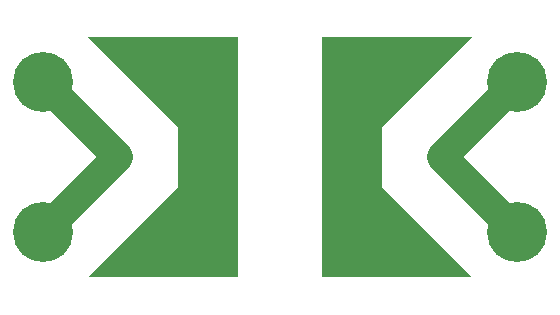
<source format=gbl>
%FSLAX24Y24*%
%MOIN*%
%ADD10C,0.1*%
%ADD11C,0.2*%
%LPD*%
D10*
X2500Y2500D02*
G01*
X5000Y5000D01*
X2500Y7500D01*
D11*
Y2500D03*
Y7500D03*
G36*
X9000Y1000D02*
Y9000D01*
X4000D01*
X7000Y6000D01*
Y4000D01*
X4000Y1000D01*
X9000D01*
G37*
D10*
X18287Y7500D02*
X15787Y5000D01*
X18287Y2500D01*
D11*
Y7500D03*
Y2500D03*
G36*
X11787Y9000D02*
Y1000D01*
X16787D01*
X13787Y4000D01*
Y6000D01*
X16787Y9000D01*
X11787D01*
G37*
M02*

</source>
